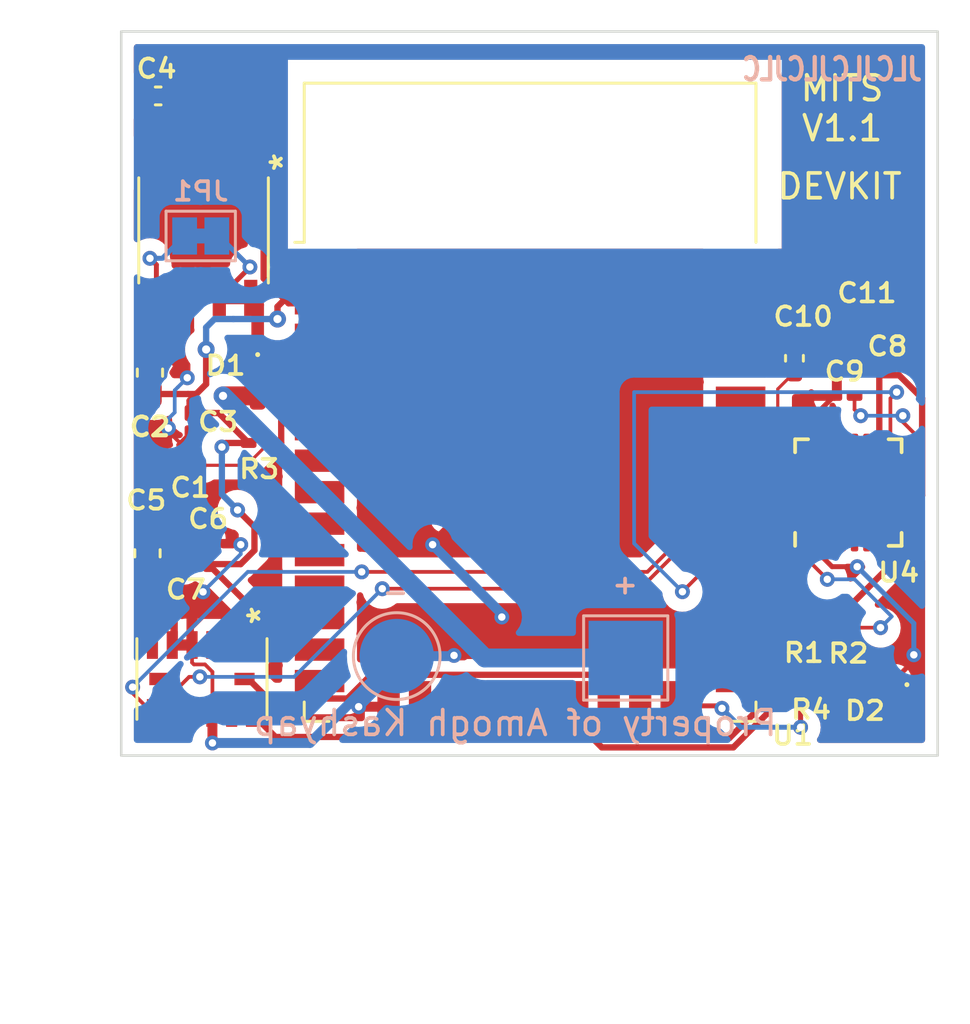
<source format=kicad_pcb>
(kicad_pcb (version 20211014) (generator pcbnew)
  (layers (0 "F.Cu" mixed "Front") (31 "B.Cu" mixed "Back") (34 "B.Paste" user) (35 "F.Paste" user) (36 "B.SilkS" user "B.Silkscreen") (37 "F.SilkS" user "F.Silkscreen") (38 "B.Mask" user) (39 "F.Mask" user) (44 "Edge.Cuts" user))
  (net 0 "")
  (net 1 "Net-(C1-Pad1)")
  (net 2 "GND")
  (net 3 "VDD")
  (net 4 "Net-(C9-Pad1)")
  (net 5 "Net-(C10-Pad1)")
  (net 6 "Net-(D1-Pad1)")
  (net 7 "+BATT")
  (net 8 "Net-(D2-Pad2)")
  (net 9 "Net-(JP1-Pad2)")
  (net 10 "SCL1")
  (net 11 "SDA1")
  (net 12 "Net-(U1-Pad24)")
  (net 34 "INT3")
  (net 35 "INT2")
  (net 36 "INT1")
  (footprint "Capacitor_SMD:C_0201_0603Metric_Pad0.64x0.40mm_HandSolder" (layer "F.Cu") (at 165.0925 90.9 180)
    (fp_text reference "C9" (at -0.0075 0.984) (layer "F.SilkS") (effects (font (size 0.75 0.82))))
    (fp_text value "0.1µF")
    (pad "1" smd roundrect (at -0.4075 0 180) (size 0.635 0.4) (layers "F.Cu" "F.Mask") (net 4 "Net-(C9-Pad1)"))
    (pad "2" smd roundrect (at 0.4075 0 180) (size 0.635 0.4) (layers "F.Cu" "F.Mask") (net 2 "GND"))
  )
  (footprint "Resistor_SMD:R_0201_0603Metric_Pad0.64x0.40mm_HandSolder" (layer "F.Cu") (at 163.7425 102.55 180)
    (fp_text reference "R4" (at 0 -1 180) (layer "F.SilkS") (effects (font (size 0.75 0.82))))
    (fp_text value "220")
    (pad "1" smd roundrect (at -0.4075 0 180) (size 0.635 0.4) (layers "F.Cu" "F.Mask") (net 8 "Net-(D2-Pad2)"))
    (pad "2" smd roundrect (at 0.4075 0 180) (size 0.635 0.4) (layers "F.Cu" "F.Mask") (net 12 "Net-(U1-Pad24)"))
  )
  (footprint "Voltage_Regulator_Linear:MIC5200-3.3YM" (layer "F.Cu") (at 139.215 84.22415 -90)
    (fp_text reference "U2")
    (fp_text value "MIC5200-3.3BM-TR")
    (fp_text user "*" (at -2.75425 -3.241 90) (layer "F.SilkS"))
    (fp_line (start 2.1209 -2.6162) (end -2.1209 -2.6162) (layer "F.SilkS") (width 0.12))
    (fp_line (start -2.1209 2.6162) (end 2.1209 2.6162) (layer "F.SilkS") (width 0.12))
    (pad "1" smd rect (at -2.72415 -1.905 270) (size 1.4605 0.5334) (layers "F.Cu" "F.Paste" "F.Mask") (net 3 "VDD"))
    (pad "2" smd rect (at -2.72415 -0.635 270) (size 1.4605 0.5334) (layers "F.Cu" "F.Paste" "F.Mask") (net 3 "VDD"))
    (pad "3" smd rect (at -2.72415 0.635 270) (size 1.4605 0.5334) (layers "F.Cu" "F.Paste" "F.Mask") (net 2 "GND"))
    (pad "4" smd rect (at -2.72415 1.905 270) (size 1.4605 0.5334) (layers "F.Cu" "F.Paste" "F.Mask") (net 2 "GND"))
    (pad "5" smd rect (at 2.72415 1.905 270) (size 1.4605 0.5334) (layers "F.Cu" "F.Paste" "F.Mask") (net 9 "Net-(JP1-Pad2)"))
    (pad "6" smd rect (at 2.72415 0.635 270) (size 1.4605 0.5334) (layers "F.Cu" "F.Paste" "F.Mask") (net 2 "GND"))
    (pad "7" smd rect (at 2.72415 -0.635 270) (size 1.4605 0.5334) (layers "F.Cu" "F.Paste" "F.Mask") (net 6 "Net-(D1-Pad1)"))
    (pad "8" smd rect (at 2.72415 -1.905 270) (size 1.4605 0.5334) (layers "F.Cu" "F.Paste" "F.Mask") (net 6 "Net-(D1-Pad1)"))
  )
  (footprint "Resistor_SMD:R_0201_0603Metric_Pad0.64x0.40mm_HandSolder" (layer "F.Cu") (at 163.45 99.8425 -90)
    (fp_text reference "R1" (at 1.4226 0.0007) (layer "F.SilkS") (effects (font (size 0.75 0.82))))
    (fp_text value "2.2K")
    (pad "1" smd roundrect (at -0.4075 0 270) (size 0.635 0.4) (layers "F.Cu" "F.Mask") (net 3 "VDD"))
    (pad "2" smd roundrect (at 0.4075 0 270) (size 0.635 0.4) (layers "F.Cu" "F.Mask") (net 10 "SCL1"))
  )
  (footprint "Capacitor_SMD:C_0201_0603Metric_Pad0.64x0.40mm_HandSolder" (layer "F.Cu") (at 139.4 97.28 90)
    (fp_text reference "C6" (at 1.4175 0 180) (layer "F.SilkS") (effects (font (size 0.75 0.82))))
    (fp_text value "0.1µF")
    (pad "1" smd roundrect (at -0.4075 0 90) (size 0.635 0.4) (layers "F.Cu" "F.Mask") (net 3 "VDD"))
    (pad "2" smd roundrect (at 0.4075 0 90) (size 0.635 0.4) (layers "F.Cu" "F.Mask") (net 2 "GND"))
  )
  (footprint "LED_SMD:LED_0402_1005Metric_Pad0.77x0.64mm_HandSolder" (layer "F.Cu") (at 166.35 102.55 180)
    (fp_text reference "D2" (at 0.43 -1.05) (layer "F.SilkS") (effects (font (size 0.75 0.82))))
    (fp_text value "LED")
    (fp_circle (center -1.265 0) (end -1.215 0) (layer "F.SilkS") (width 0.1) (fill none))
    (pad "1" smd roundrect (at -0.5725 0 180) (size 0.765 0.64) (layers "F.Cu" "F.Paste" "F.Mask") (net 2 "GND"))
    (pad "2" smd roundrect (at 0.5725 0 180) (size 0.765 0.64) (layers "F.Cu" "F.Paste" "F.Mask") (net 8 "Net-(D2-Pad2)"))
  )
  (footprint "Capacitor_SMD:C_0201_0603Metric_Pad0.64x0.40mm_HandSolder" (layer "F.Cu") (at 165.1925 88.95)
    (fp_text reference "C8" (at 1.6325 -0.05) (layer "F.SilkS") (effects (font (size 0.75 0.82))))
    (fp_text value "0.01µF")
    (pad "1" smd roundrect (at -0.4075 0) (size 0.635 0.4) (layers "F.Cu" "F.Mask") (net 2 "GND"))
    (pad "2" smd roundrect (at 0.4075 0) (size 0.635 0.4) (layers "F.Cu" "F.Mask") (net 3 "VDD"))
  )
  (footprint "Resistor_SMD:R_0201_0603Metric_Pad0.64x0.40mm_HandSolder" (layer "F.Cu") (at 141.4425 92.8)
    (fp_text reference "R3" (at 0.0175 1.05) (layer "F.SilkS") (effects (font (size 0.75 0.82))))
    (fp_text value "10k")
    (pad "1" smd roundrect (at -0.4075 0) (size 0.635 0.4) (layers "F.Cu" "F.Mask") (net 3 "VDD"))
    (pad "2" smd roundrect (at 0.4075 0) (size 0.635 0.4) (layers "F.Cu" "F.Mask") (net 1 "Net-(C1-Pad1)"))
  )
  (footprint "Capacitor_SMD:C_0201_0603Metric_Pad0.64x0.40mm_HandSolder" (layer "F.Cu") (at 166.05 87.7 180)
    (fp_text reference "C11" (at 0.05 0.95) (layer "F.SilkS") (effects (font (size 0.75 0.82))))
    (fp_text value "0.1µF")
    (pad "1" smd roundrect (at -0.4075 0 180) (size 0.635 0.4) (layers "F.Cu" "F.Mask") (net 3 "VDD"))
    (pad "2" smd roundrect (at 0.4075 0 180) (size 0.635 0.4) (layers "F.Cu" "F.Mask") (net 2 "GND"))
  )
  (footprint "Sensor_Motion:ADXL375BCCZ" (layer "F.Cu") (at 139.150001 102.320901 -90)
    (fp_text reference "U3")
    (fp_text value "ADXL375BCCZ")
    (fp_text user "*" (at -2.5648 -2.4 90) (layer "F.SilkS"))
    (fp_line (start -1.627 2.627) (end 1.627 2.627) (layer "F.SilkS") (width 0.12))
    (fp_line (start 1.627 -2.627) (end -1.627 -2.627) (layer "F.SilkS") (width 0.12))
    (pad "1" smd rect (at -1.370901 -2.000001) (size 0.4492 1.1178) (layers "F.Cu" "F.Paste" "F.Mask") (net 3 "VDD"))
    (pad "2" smd rect (at -1.370901 -1.2) (size 0.4492 1.1178) (layers "F.Cu" "F.Paste" "F.Mask") (net 2 "GND"))
    (pad "3" smd rect (at -1.370901 -0.399999) (size 0.4492 1.1178) (layers "F.Cu" "F.Paste" "F.Mask"))
    (pad "4" smd rect (at -1.370901 0.399999) (size 0.4492 1.1178) (layers "F.Cu" "F.Paste" "F.Mask") (net 2 "GND"))
    (pad "5" smd rect (at -1.370901 1.2) (size 0.4492 1.1178) (layers "F.Cu" "F.Paste" "F.Mask") (net 2 "GND"))
    (pad "6" smd rect (at -1.370901 1.999999) (size 0.4492 1.1178) (layers "F.Cu" "F.Paste" "F.Mask") (net 3 "VDD"))
    (pad "7" smd rect (at 0 1.718498 270) (size 0.5 0.813) (layers "F.Cu" "F.Paste" "F.Mask"))
    (pad "8" smd rect (at 1.370901 2.000001) (size 0.4492 1.1178) (layers "F.Cu" "F.Paste" "F.Mask") (net 36 "INT1"))
    (pad "9" smd rect (at 1.370901 1.2) (size 0.4492 1.1178) (layers "F.Cu" "F.Paste" "F.Mask") (net 35 "INT2"))
    (pad "10" smd rect (at 1.370901 0.399999) (size 0.4492 1.1178) (layers "F.Cu" "F.Paste" "F.Mask"))
    (pad "11" smd rect (at 1.370901 -0.399999) (size 0.4492 1.1178) (layers "F.Cu" "F.Paste" "F.Mask") (net 2 "GND"))
    (pad "12" smd rect (at 1.370901 -1.2) (size 0.4492 1.1178) (layers "F.Cu" "F.Paste" "F.Mask"))
    (pad "13" smd rect (at 1.370901 -1.999999) (size 0.4492 1.1178) (layers "F.Cu" "F.Paste" "F.Mask") (net 11 "SDA1"))
    (pad "14" smd rect (at 0 -1.718498 270) (size 0.5 0.813) (layers "F.Cu" "F.Paste" "F.Mask") (net 10 "SCL1"))
  )
  (footprint "Diode_SMD:D_0402_1005Metric_Pad0.77x0.64mm_HandSolder" (layer "F.Cu") (at 141.4 90.5 -90)
    (fp_text reference "D1" (at -0.8225 1.3 180) (layer "F.SilkS") (effects (font (size 0.75 0.82))))
    (fp_text value "D_Schottky")
    (fp_circle (center -1.265 0) (end -1.215 0) (layer "F.SilkS") (width 0.1) (fill none))
    (pad "1" smd roundrect (at -0.5725 0 270) (size 0.765 0.64) (layers "F.Cu" "F.Paste" "F.Mask") (net 6 "Net-(D1-Pad1)"))
    (pad "2" smd roundrect (at 0.5725 0 270) (size 0.765 0.64) (layers "F.Cu" "F.Paste" "F.Mask") (net 7 "+BATT"))
  )
  (footprint "Sensor_Motion:InvenSense_QFN-24_4x4mm_P0.5mm" (layer "F.Cu") (at 165.25 94.8 90)
    (fp_text reference "U4" (at -3.2258 2.032) (layer "F.SilkS") (effects (font (size 0.75 0.82))))
    (fp_text value "MPU-6050")
    (fp_line (start -2.15 2.15) (end -1.625 2.15) (layer "F.SilkS") (width 0.15))
    (fp_line (start -2.15 2.15) (end -2.15 1.625) (layer "F.SilkS") (width 0.15))
    (fp_line (start 2.15 2.15) (end 2.15 1.625) (layer "F.SilkS") (width 0.15))
    (fp_line (start 2.15 -2.15) (end 1.625 -2.15) (layer "F.SilkS") (width 0.15))
    (fp_line (start 2.15 2.15) (end 1.625 2.15) (layer "F.SilkS") (width 0.15))
    (fp_line (start -2.15 -2.15) (end -1.625 -2.15) (layer "F.SilkS") (width 0.15))
    (fp_line (start 2.15 -2.15) (end 2.15 -1.625) (layer "F.SilkS") (width 0.15))
    (pad "1" smd roundrect (at -1.95 -1.25 90) (size 0.85 0.3) (layers "F.Cu" "F.Paste" "F.Mask") (net 2 "GND"))
    (pad "2" smd roundrect (at -1.95 -0.75 90) (size 0.85 0.3) (layers "F.Cu" "F.Paste" "F.Mask"))
    (pad "3" smd roundrect (at -1.95 -0.25 90) (size 0.85 0.3) (layers "F.Cu" "F.Paste" "F.Mask"))
    (pad "4" smd roundrect (at -1.95 0.25 90) (size 0.85 0.3) (layers "F.Cu" "F.Paste" "F.Mask"))
    (pad "5" smd roundrect (at -1.95 0.75 90) (size 0.85 0.3) (layers "F.Cu" "F.Paste" "F.Mask"))
    (pad "6" smd roundrect (at -1.95 1.25 90) (size 0.85 0.3) (layers "F.Cu" "F.Paste" "F.Mask"))
    (pad "7" smd roundrect (at -1.25 1.95 180) (size 0.85 0.3) (layers "F.Cu" "F.Paste" "F.Mask"))
    (pad "8" smd roundrect (at -0.75 1.95 180) (size 0.85 0.3) (layers "F.Cu" "F.Paste" "F.Mask") (net 3 "VDD"))
    (pad "9" smd roundrect (at -0.25 1.95 180) (size 0.85 0.3) (layers "F.Cu" "F.Paste" "F.Mask"))
    (pad "10" smd roundrect (at 0.25 1.95 180) (size 0.85 0.3) (layers "F.Cu" "F.Paste" "F.Mask") (net 4 "Net-(C9-Pad1)"))
    (pad "11" smd roundrect (at 0.75 1.95 180) (size 0.85 0.3) (layers "F.Cu" "F.Paste" "F.Mask") (net 2 "GND"))
    (pad "12" smd roundrect (at 1.25 1.95 180) (size 0.85 0.3) (layers "F.Cu" "F.Paste" "F.Mask") (net 34 "INT3"))
    (pad "13" smd roundrect (at 1.95 1.25 90) (size 0.85 0.3) (layers "F.Cu" "F.Paste" "F.Mask") (net 3 "VDD"))
    (pad "14" smd roundrect (at 1.95 0.75 90) (size 0.85 0.3) (layers "F.Cu" "F.Paste" "F.Mask"))
    (pad "15" smd roundrect (at 1.95 0.25 90) (size 0.85 0.3) (layers "F.Cu" "F.Paste" "F.Mask"))
    (pad "16" smd roundrect (at 1.95 -0.25 90) (size 0.85 0.3) (layers "F.Cu" "F.Paste" "F.Mask"))
    (pad "17" smd roundrect (at 1.95 -0.75 90) (size 0.85 0.3) (layers "F.Cu" "F.Paste" "F.Mask"))
    (pad "18" smd roundrect (at 1.95 -1.25 90) (size 0.85 0.3) (layers "F.Cu" "F.Paste" "F.Mask") (net 2 "GND"))
    (pad "19" smd roundrect (at 1.25 -1.95 180) (size 0.85 0.3) (layers "F.Cu" "F.Paste" "F.Mask"))
    (pad "20" smd roundrect (at 0.75 -1.95 180) (size 0.85 0.3) (layers "F.Cu" "F.Paste" "F.Mask") (net 5 "Net-(C10-Pad1)"))
    (pad "21" smd roundrect (at 0.25 -1.95 180) (size 0.85 0.3) (layers "F.Cu" "F.Paste" "F.Mask"))
    (pad "22" smd roundrect (at -0.25 -1.95 180) (size 0.85 0.3) (layers "F.Cu" "F.Paste" "F.Mask"))
    (pad "23" smd roundrect (at -0.75 -1.95 180) (size 0.85 0.3) (layers "F.Cu" "F.Paste" "F.Mask") (net 10 "SCL1"))
    (pad "24" smd roundrect (at -1.25 -1.95 180) (size 0.85 0.3) (layers "F.Cu" "F.Paste" "F.Mask") (net 11 "SDA1"))
  )
  (footprint "Capacitor_SMD:C_0201_0603Metric_Pad0.64x0.40mm_HandSolder" (layer "F.Cu") (at 138.35 97.28 -90)
    (fp_text reference "C7" (at 1.4325 -0.15) (layer "F.SilkS") (effects (font (size 0.75 0.82))))
    (fp_text value "0.1µF")
    (pad "1" smd roundrect (at -0.4075 0 270) (size 0.635 0.4) (layers "F.Cu" "F.Mask") (net 2 "GND"))
    (pad "2" smd roundrect (at 0.4075 0 270) (size 0.635 0.4) (layers "F.Cu" "F.Mask") (net 3 "VDD"))
  )
  (footprint "Resistor_SMD:R_0201_0603Metric_Pad0.64x0.40mm_HandSolder" (layer "F.Cu") (at 165.25 99.8425 -90)
    (fp_text reference "R2" (at 1.4478 0) (layer "F.SilkS") (effects (font (size 0.75 0.82))))
    (fp_text value "2.2K")
    (pad "1" smd roundrect (at -0.4075 0 270) (size 0.635 0.4) (layers "F.Cu" "F.Mask") (net 3 "VDD"))
    (pad "2" smd roundrect (at 0.4075 0 270) (size 0.635 0.4) (layers "F.Cu" "F.Mask") (net 11 "SDA1"))
  )
  (footprint "Capacitor_SMD:C_0402_1005Metric_Pad0.74x0.62mm_HandSolder" (layer "F.Cu") (at 163.0738 89.3825 90)
    (fp_text reference "C10" (at 1.6825 0.35) (layer "F.SilkS") (effects (font (size 0.75 0.82))))
    (fp_text value "2200pF")
    (fp_line (start -0.115835 0.36) (end 0.115835 0.36) (layer "F.SilkS") (width 0.12))
    (fp_line (start -0.115835 -0.36) (end 0.115835 -0.36) (layer "F.SilkS") (width 0.12))
    (pad "1" smd roundrect (at -0.5675 0 90) (size 0.735 0.62) (layers "F.Cu" "F.Paste" "F.Mask") (net 5 "Net-(C10-Pad1)"))
    (pad "2" smd roundrect (at 0.5675 0 90) (size 0.735 0.62) (layers "F.Cu" "F.Paste" "F.Mask") (net 2 "GND"))
  )
  (footprint "Capacitor_SMD:C_0201_0603Metric_Pad0.64x0.40mm_HandSolder" (layer "F.Cu") (at 138.6 93.7 180)
    (fp_text reference "C1" (at -0.0825 -0.9 180) (layer "F.SilkS") (effects (font (size 0.75 0.82))))
    (fp_text value "0.1µF")
    (pad "1" smd roundrect (at -0.4075 0 180) (size 0.635 0.4) (layers "F.Cu" "F.Mask") (net 1 "Net-(C1-Pad1)"))
    (pad "2" smd roundrect (at 0.4075 0 180) (size 0.635 0.4) (layers "F.Cu" "F.Mask") (net 2 "GND"))
  )
  (footprint "Capacitor_SMD:C_0201_0603Metric_Pad0.64x0.40mm_HandSolder" (layer "F.Cu") (at 138.65 92 -90)
    (fp_text reference "C3" (at -0.05 -1.15) (layer "F.SilkS") (effects (font (size 0.75 0.82))))
    (fp_text value "0.1µF")
    (pad "1" smd roundrect (at -0.4075 0 270) (size 0.635 0.4) (layers "F.Cu" "F.Mask") (net 3 "VDD"))
    (pad "2" smd roundrect (at 0.4075 0 270) (size 0.635 0.4) (layers "F.Cu" "F.Mask") (net 2 "GND"))
  )
  (footprint "Capacitor_SMD:C_0603_1608Metric_Pad1.08x0.95mm_HandSolder" (layer "F.Cu") (at 136.95 97.25 -90)
    (fp_text reference "C5" (at -2.1375 0.05) (layer "F.SilkS") (effects (font (size 0.75 0.82))))
    (fp_text value "10µF")
    (fp_line (start -0.146267 0.51) (end 0.146267 0.51) (layer "F.SilkS") (width 0.12))
    (fp_line (start -0.146267 -0.51) (end 0.146267 -0.51) (layer "F.SilkS") (width 0.12))
    (pad "1" smd roundrect (at -0.8625 0 270) (size 1.075 0.95) (layers "F.Cu" "F.Paste" "F.Mask") (net 2 "GND"))
    (pad "2" smd roundrect (at 0.8625 0 270) (size 1.075 0.95) (layers "F.Cu" "F.Paste" "F.Mask") (net 3 "VDD"))
  )
  (footprint "RF_Module:ESP32-WROOM-32" (layer "F.Cu") (at 152.4 94.15)
    (fp_text reference "U1" (at 10.6 10.45 180) (layer "F.SilkS") (effects (font (size 0.75 0.82))))
    (fp_text value "ESP32-WROOM-32" hide)
    (fp_line (start 9.12 9.88) (end 8.12 9.88) (layer "F.SilkS") (width 0.12))
    (fp_line (start 9.12 -15.865) (end 9.12 -9.445) (layer "F.SilkS") (width 0.12))
    (fp_line (start -9.12 -15.865) (end -9.12 -9.445) (layer "F.SilkS") (width 0.12))
    (fp_line (start 9.12 9.1) (end 9.12 9.88) (layer "F.SilkS") (width 0.12))
    (fp_line (start -9.12 -15.865) (end 9.12 -15.865) (layer "F.SilkS") (width 0.12))
    (fp_line (start -9.12 9.1) (end -9.12 9.88) (layer "F.SilkS") (width 0.12))
    (fp_line (start -9.12 9.88) (end -8.12 9.88) (layer "F.SilkS") (width 0.12))
    (fp_line (start -9.12 -9.445) (end -9.5 -9.445) (layer "F.SilkS") (width 0.12))
    (pad "1" smd rect (at -8.5 -8.255) (size 2 0.9) (layers "F.Cu" "F.Paste" "F.Mask") (net 2 "GND"))
    (pad "2" smd rect (at -8.5 -6.985) (size 2 0.9) (layers "F.Cu" "F.Paste" "F.Mask") (net 3 "VDD"))
    (pad "3" smd rect (at -8.5 -5.715) (size 2 0.9) (layers "F.Cu" "F.Paste" "F.Mask") (net 1 "Net-(C1-Pad1)"))
    (pad "4" smd rect (at -8.5 -4.445) (size 2 0.9) (layers "F.Cu" "F.Paste" "F.Mask"))
    (pad "5" smd rect (at -8.5 -3.175) (size 2 0.9) (layers "F.Cu" "F.Paste" "F.Mask"))
    (pad "6" smd rect (at -8.5 -1.905) (size 2 0.9) (layers "F.Cu" "F.Paste" "F.Mask"))
    (pad "7" smd rect (at -8.5 -0.635) (size 2 0.9) (layers "F.Cu" "F.Paste" "F.Mask"))
    (pad "8" smd rect (at -8.5 0.635) (size 2 0.9) (layers "F.Cu" "F.Paste" "F.Mask"))
    (pad "9" smd rect (at -8.5 1.905) (size 2 0.9) (layers "F.Cu" "F.Paste" "F.Mask"))
    (pad "10" smd rect (at -8.5 3.175) (size 2 0.9) (layers "F.Cu" "F.Paste" "F.Mask"))
    (pad "11" smd rect (at -8.5 4.445) (size 2 0.9) (layers "F.Cu" "F.Paste" "F.Mask"))
    (pad "12" smd rect (at -8.5 5.715) (size 2 0.9) (layers "F.Cu" "F.Paste" "F.Mask"))
    (pad "13" smd rect (at -8.5 6.985) (size 2 0.9) (layers "F.Cu" "F.Paste" "F.Mask"))
    (pad "14" smd rect (at -8.5 8.255) (size 2 0.9) (layers "F.Cu" "F.Paste" "F.Mask"))
    (pad "15" smd rect (at -5.715 9.255 90) (size 2 0.9) (layers "F.Cu" "F.Paste" "F.Mask") (net 2 "GND"))
    (pad "16" smd rect (at -4.445 9.255 90) (size 2 0.9) (layers "F.Cu" "F.Paste" "F.Mask"))
    (pad "17" smd rect (at -3.175 9.255 90) (size 2 0.9) (layers "F.Cu" "F.Paste" "F.Mask"))
    (pad "18" smd rect (at -1.905 9.255 90) (size 2 0.9) (layers "F.Cu" "F.Paste" "F.Mask"))
    (pad "19" smd rect (at -0.635 9.255 90) (size 2 0.9) (layers "F.Cu" "F.Paste" "F.Mask"))
    (pad "20" smd rect (at 0.635 9.255 90) (size 2 0.9) (layers "F.Cu" "F.Paste" "F.Mask"))
    (pad "21" smd rect (at 1.905 9.255 90) (size 2 0.9) (layers "F.Cu" "F.Paste" "F.Mask") (net 11 "SDA1"))
    (pad "22" smd rect (at 3.175 9.255 90) (size 2 0.9) (layers "F.Cu" "F.Paste" "F.Mask") (net 10 "SCL1"))
    (pad "23" smd rect (at 4.445 9.255 90) (size 2 0.9) (layers "F.Cu" "F.Paste" "F.Mask"))
    (pad "24" smd rect (at 5.715 9.255 90) (size 2 0.9) (layers "F.Cu" "F.Paste" "F.Mask") (net 12 "Net-(U1-Pad24)"))
    (pad "25" smd rect (at 8.5 8.255) (size 2 0.9) (layers "F.Cu" "F.Paste" "F.Mask"))
    (pad "26" smd rect (at 8.5 6.985) (size 2 0.9) (layers "F.Cu" "F.Paste" "F.Mask"))
    (pad "27" smd rect (at 8.5 5.715) (size 2 0.9) (layers "F.Cu" "F.Paste" "F.Mask"))
    (pad "28" smd rect (at 8.5 4.445) (size 2 0.9) (layers "F.Cu" "F.Paste" "F.Mask"))
    (pad "29" smd rect (at 8.5 3.175) (size 2 0.9) (layers "F.Cu" "F.Paste" "F.Mask") (net 34 "INT3"))
    (pad "30" smd rect (at 8.5 1.905) (size 2 0.9) (layers "F.Cu" "F.Paste" "F.Mask") (net 35 "INT2"))
    (pad "31" smd rect (at 8.5 0.635) (size 2 0.9) (layers "F.Cu" "F.Paste" "F.Mask") (net 36 "INT1"))
    (pad "32" smd rect (at 8.5 -0.635) (size 2 0.9) (layers "F.Cu" "F.Paste" "F.Mask"))
    (pad "33" smd rect (at 8.5 -1.905) (size 2 0.9) (layers "F.Cu" "F.Paste" "F.Mask"))
    (pad "34" smd rect (at 8.5 -3.175) (size 2 0.9) (layers "F.Cu" "F.Paste" "F.Mask"))
    (pad "35" smd rect (at 8.5 -4.445) (size 2 0.9) (layers "F.Cu" "F.Paste" "F.Mask"))
    (pad "36" smd rect (at 8.5 -5.715) (size 2 0.9) (layers "F.Cu" "F.Paste" "F.Mask"))
    (pad "37" smd rect (at 8.5 -6.985) (size 2 0.9) (layers "F.Cu" "F.Paste" "F.Mask"))
    (pad "38" smd rect (at 8.5 -8.255) (size 2 0.9) (layers "F.Cu" "F.Paste" "F.Mask") (net 2 "GND"))
    (pad "39" smd rect (at -1 -0.755) (size 5 5) (layers "F.Cu" "F.Paste" "F.Mask") (net 2 "GND"))
  )
  (footprint "Capacitor_SMD:C_0603_1608Metric_Pad1.08x0.95mm_HandSolder" (layer "F.Cu") (at 137.05 89.9625 90)
    (fp_text reference "C2" (at -2.1855 0 180) (layer "F.SilkS") (effects (font (size 0.75 0.82) (thickness 0.17))))
    (fp_text value "10µF")
    (fp_line (start -0.146267 -0.51) (end 0.146267 -0.51) (layer "F.SilkS") (width 0.12))
    (fp_line (start -0.146267 0.51) (end 0.146267 0.51) (layer "F.SilkS") (width 0.12))
    (pad "1" smd roundrect (at -0.8625 0 90) (size 1.075 0.95) (layers "F.Cu" "F.Paste" "F.Mask") (net 3 "VDD"))
    (pad "2" smd roundrect (at 0.8625 0 90) (size 1.075 0.95) (layers "F.Cu" "F.Paste" "F.Mask") (net 2 "GND"))
  )
  (footprint "Capacitor_SMD:C_0402_1005Metric_Pad0.74x0.62mm_HandSolder" (layer "F.Cu") (at 137.3825 78.8 180)
    (fp_text reference "C4" (at 0.0675 1.1) (layer "F.SilkS") (effects (font (size 0.75 0.82))))
    (fp_text value "1µF")
    (fp_line (start -0.115835 -0.36) (end 0.115835 -0.36) (layer "F.SilkS") (width 0.12))
    (fp_line (start -0.115835 0.36) (end 0.115835 0.36) (layer "F.SilkS") (width 0.12))
    (pad "1" smd roundrect (at -0.5675 0 180) (size 0.735 0.62) (layers "F.Cu" "F.Paste" "F.Mask") (net 3 "VDD"))
    (pad "2" smd roundrect (at 0.5675 0 180) (size 0.735 0.62) (layers "F.Cu" "F.Paste" "F.Mask") (net 2 "GND"))
  )
  (footprint "TestPoint:TestPoint_Pad_D3.0mm" (layer "B.Cu") (at 147.0152 101.3968 180)
    (fp_text reference "-" (at 0.0508 2.5908) (layer "B.SilkS") (effects (font (size 0.75 0.82)) (justify mirror)))
    (fp_text value "Conn_01x01_Male")
    (fp_circle (center 0 0) (end 0 -1.75) (layer "B.SilkS") (width 0.12) (fill none))
    (pad "1" smd circle (at 0 0 180) (size 3 3) (layers "B.Cu" "B.Mask") (net 2 "GND"))
  )
  (footprint "TestPoint:TestPoint_Pad_3.0x3.0mm" (layer "B.Cu") (at 156.2608 101.473 180)
    (fp_text reference "+" (at 0.0254 2.9718) (layer "B.SilkS") (effects (font (size 0.75 0.82)) (justify mirror)))
    (fp_text value "Conn_01x01_Male")
    (fp_line (start 1.7 1.7) (end 1.7 -1.7) (layer "B.SilkS") (width 0.12))
    (fp_line (start -1.7 1.7) (end 1.7 1.7) (layer "B.SilkS") (width 0.12))
    (fp_line (start 1.7 -1.7) (end -1.7 -1.7) (layer "B.SilkS") (width 0.12))
    (fp_line (start -1.7 -1.7) (end -1.7 1.7) (layer "B.SilkS") (width 0.12))
    (pad "1" smd rect (at 0 0 180) (size 3 3) (layers "B.Cu" "B.Mask") (net 7 "+BATT"))
  )
  (footprint "Jumper:SolderJumper-2_P1.3mm_Bridged_Pad1.0x1.5mm" (layer "B.Cu") (at 139.1 84.45 180)
    (fp_text reference "JP1" (at 0 1.8) (layer "B.SilkS") (effects (font (size 0.75 0.82)) (justify mirror)))
    (fp_text value "SolderJumper_2_Bridged")
    (fp_poly (pts (xy -0.25 0.3) (xy 0.25 0.3) (xy 0.25 -0.3) (xy -0.25 -0.3)) (layer "B.Cu") (width 0) (fill solid))
    (fp_line (start -1.4 1) (end 1.4 1) (layer "B.SilkS") (width 0.12))
    (fp_line (start -1.4 -1) (end -1.4 1) (layer "B.SilkS") (width 0.12))
    (fp_line (start 1.4 1) (end 1.4 -1) (layer "B.SilkS") (width 0.12))
    (fp_line (start 1.4 -1) (end -1.4 -1) (layer "B.SilkS") (width 0.12))
    (pad "1" smd rect (at -0.65 0 180) (size 1 1.5) (layers "B.Cu" "B.Mask") (net 6 "Net-(D1-Pad1)"))
    (pad "2" smd rect (at 0.65 0 180) (size 1 1.5) (layers "B.Cu" "B.Mask") (net 9 "Net-(JP1-Pad2)"))
  )
  (gr_rect (start 135.89 76.2) (end 168.8568 105.41) (layer "Edge.Cuts") (width 0.1) (fill none))
  (gr_text "JLCJLCJLCJLC" (at 164.592 77.724) (layer "B.SilkS") (effects (font (size 0.9 0.7) (thickness 0.175)) (justify mirror)))
  (gr_text "Property of Amogh Kashyap" (at 151.8 104.1) (layer "B.SilkS") (effects (font (size 1 1)) (justify mirror)))
  (gr_text "DEVKIT" (at 164.9 82.45) (layer "F.SilkS") (effects (font (size 1 1))))
  (gr_text "MITS\nV1.1" (at 165 79.3) (layer "F.SilkS") (effects (font (size 1 1))))
  (segment (start 139.0075 93.7) (end 140.95 93.7) (width 0.127) (layer "F.Cu") (net 1))
  (segment (start 143.212978 88.435) (end 142.35 89.297978) (width 0.254) (layer "F.Cu") (net 1))
  (segment (start 140.95 93.7) (end 141.85 92.8) (width 0.127) (layer "F.Cu") (net 1))
  (segment (start 142.35 92.8) (end 141.85 92.8) (width 0.254) (layer "F.Cu") (net 1))
  (segment (start 143.9 88.435) (end 143.212978 88.435) (width 0.254) (layer "F.Cu") (net 1))
  (segment (start 142.35 89.297978) (end 142.35 92.8) (width 0.254) (layer "F.Cu") (net 1))
  (segment (start 151.4 93.395) (end 151.4 90.495) (width 0.4) (layer "F.Cu") (net 2))
  (segment (start 158.9 85.895) (end 160.9 85.895) (width 0.4) (layer "F.Cu") (net 2))
  (segment (start 138.58 81.5) (end 137.31 81.5) (width 0.15) (layer "F.Cu") (net 2))
  (segment (start 139.272734 101.733489) (end 139.573 102.033755) (width 0.15) (layer "F.Cu") (net 2))
  (segment (start 138.824591 101.733489) (end 139.272734 101.733489) (width 0.15) (layer "F.Cu") (net 2))
  (segment (start 137.487 89.1) (end 137.05 89.1) (width 0.15) (layer "F.Cu") (net 2))
  (segment (start 164.65 88.815) (end 164.785 88.95) (width 0.4) (layer "F.Cu") (net 2))
  (segment (start 139.573 104.902) (end 139.573 103.714802) (width 0.4) (layer "F.Cu") (net 2))
  (segment (start 164.785 90.8) (end 164.685 90.9) (width 0.4) (layer "F.Cu") (net 2))
  (segment (start 151.4 90.495) (end 146.8 85.895) (width 0.4) (layer "F.Cu") (net 2))
  (segment (start 163.0738 86.6688) (end 163.0738 88.815) (width 0.4) (layer "F.Cu") (net 2))
  (segment (start 136.815 78.8) (end 136.815 81.005) (width 0.6) (layer "F.Cu") (net 2))
  (segment (start 138.58 87.57) (end 138.58 86.9483) (width 0.15) (layer "F.Cu") (net 2))
  (segment (start 164 92.85) (end 164 94.064) (width 0.2) (layer "F.Cu") (net 2))
  (segment (start 164 94.064) (end 167.186 94.064) (width 0.2) (layer "F.Cu") (net 2))
  (segment (start 138.26175 92.79575) (end 137.795 92.329) (width 0.15) (layer "F.Cu") (net 2))
  (segment (start 164.785 88.95) (end 164.785 88.5575) (width 0.4) (layer "F.Cu") (net 2))
  (segment (start 137.05 89.1) (end 138.58 87.57) (width 0.15) (layer "F.Cu") (net 2))
  (segment (start 136.815 81.005) (end 137.31 81.5) (width 0.6) (layer "F.Cu") (net 2))
  (segment (start 138.750002 100.95) (end 138.750002 100.263998) (width 0.15) (layer "F.Cu") (net 2))
  (segment (start 164 97.198) (end 164.592 97.79) (width 0.2) (layer "F.Cu") (net 2))
  (segment (start 137.950001 100.047999) (end 139.192 98.806) (width 0.15) (layer "F.Cu") (net 2))
  (segment (start 138.557 90.17) (end 137.487 89.1) (width 0.15) (layer "F.Cu") (net 2))
  (segment (start 163.0738 88.815) (end 164.65 88.815) (width 0.4) (layer "F.Cu") (net 2))
  (segment (start 149.709011 101.369989) (end 151.257 99.822) (width 0.4) (layer "F.Cu") (net 2))
  (segment (start 145.476373 103.439373) (end 146.650627 103.439373) (width 0.4) (layer "F.Cu") (net 2))
  (segment (start 139.4 96.8725) (end 138.35 96.8725) (width 0.15) (layer "F.Cu") (net 2))
  (segment (start 139.4285 96.901) (end 139.4 96.8725) (width 0.15) (layer "F.Cu") (net 2))
  (segment (start 137.435 96.8725) (end 136.95 96.3875) (width 0.15) (layer "F.Cu") (net 2))
  (segment (start 164.785 88.5575) (end 165.6425 87.7) (width 0.4) (layer "F.Cu") (net 2))
  (segment (start 138.58 86.9483) (end 138.58 81.5) (width 0.15) (layer "F.Cu") (net 2))
  (segment (start 164 96.75) (end 164 97.198) (width 0.2) (layer "F.Cu") (net 2))
  (segment (start 148.463 96.901) (end 151.4 93.964) (width 0.4) (layer "F.Cu") (net 2))
  (segment (start 138.750002 100.263998) (end 139.192 99.822) (width 0.15) (layer "F.Cu") (net 2))
  (segment (start 164 94.064) (end 164 96.75) (width 0.2) (layer "F.Cu") (net 2))
  (segment (start 137.795 92.329) (end 137.795 92.202) (width 0.15) (layer "F.Cu") (net 2))
  (segment (start 140.208 99.822) (end 140.350001 99.964001) (width 0.15) (layer "F.Cu") (net 2))
  (segment (start 138.1925 92.865) (end 138.26175 92.79575) (width 0.15) (layer "F.Cu") (net 2))
  (segment (start 167.894 101.346) (end 167.894 101.5785) (width 0.2) (layer "F.Cu") (net 2))
  (segment (start 139.573 102.033755) (end 139.573 103.668802) (width 0.15) (layer "F.Cu") (net 2))
  (segment (start 164.785 88.95) (end 164.785 90.8) (width 0.4) (layer "F.Cu") (net 2))
  (segment (start 167.186 94.064) (end 167.2 94.05) (width 0.2) (layer "F.Cu") (net 2))
  (segment (start 140.350001 99.964001) (end 140.350001 100.95) (width 0.15) (layer "F.Cu") (net 2))
  (segment (start 138.1925 93.7) (end 138.1925 92.865) (width 0.15) (layer "F.Cu") (net 2))
  (segment (start 151.4 93.964) (end 151.4 93.395) (width 0.4) (layer "F.Cu") (net 2))
  (segment (start 151.4 93.395) (end 158.9 85.895) (width 0.4) (layer "F.Cu") (net 2))
  (segment (start 140.716 96.901) (end 139.4285 96.901) (width 0.15) (layer "F.Cu") (net 2))
  (segment (start 162.3 85.895) (end 163.0738 86.6688) (width 0.4) (layer "F.Cu") (net 2))
  (segment (start 138.26175 92.79575) (end 138.65 92.4075) (width 0.15) (layer "F.Cu") (net 2))
  (segment (start 164.592 97.79) (end 165.608 97.79) (width 0.2) (layer "F.Cu") (net 2))
  (segment (start 139.192 99.822) (end 140.208 99.822) (width 0.15) (layer "F.Cu") (net 2))
  (segment (start 167.894 101.5785) (end 166.9225 102.55) (width 0.2) (layer "F.Cu") (net 2))
  (segment (start 146.8 85.895) (end 143.9 85.895) (width 0.4) (layer "F.Cu") (net 2))
  (segment (start 164 91.585) (end 164.685 90.9) (width 0.2) (layer "F.Cu") (net 2))
  (segment (start 138.750002 100.95) (end 138.750002 101.6589) (width 0.15) (layer "F.Cu") (net 2))
  (segment (start 164 92.85) (end 164 91.585) (width 0.2) (layer "F.Cu") (net 2))
  (segment (start 137.950001 100.95) (end 138.750002 100.95) (width 0.15) (layer "F.Cu") (net 2))
  (segment (start 139.573 103.668802) (end 139.55 103.691802) (width 0.15) (layer "F.Cu") (net 2))
  (segment (start 138.750002 101.6589) (end 138.824591 101.733489) (width 0.15) (layer "F.Cu") (net 2))
  (segment (start 136.95 94.9425) (end 138.1925 93.7) (width 0.15) (layer "F.Cu") (net 2))
  (segment (start 136.95 96.3875) (end 136.95 94.9425) (width 0.15) (layer "F.Cu") (net 2))
  (segment (start 139.573 103.714802) (end 139.55 103.691802) (width 0.4) (layer "F.Cu") (net 2))
  (segment (start 138.35 96.8725) (end 137.435 96.8725) (width 0.15) (layer "F.Cu") (net 2))
  (segment (start 160.9 85.895) (end 162.3 85.895) (width 0.4) (layer "F.Cu") (net 2))
  (segment (start 149.328011 101.369989) (end 149.709011 101.369989) (width 0.4) (layer "F.Cu") (net 2))
  (segment (start 137.950001 100.95) (end 137.950001 100.047999) (width 0.15) (layer "F.Cu") (net 2))
  (segment (start 146.650627 103.439373) (end 146.685 103.405) (width 0.4) (layer "F.Cu") (net 2))
  (via (at 139.573 104.902) (size 0.6) (drill 0.3) (layers "F.Cu" "B.Cu") (net 2))
  (via (at 145.476373 103.439373) (size 0.6) (drill 0.3) (layers "F.Cu" "B.Cu") (net 2))
  (via (at 137.795 92.202) (size 0.6) (drill 0.3) (layers "F.Cu" "B.Cu") (net 2))
  (via (at 165.608 97.79) (size 0.6) (drill 0.3) (layers "F.Cu" "B.Cu") (net 2))
  (via (at 138.557 90.17) (size 0.6) (drill 0.3) (layers "F.Cu" "B.Cu") (net 2))
  (via (at 140.716 96.901) (size 0.6) (drill 0.3) (layers "F.Cu" "B.Cu") (net 2))
  (via (at 167.894 101.346) (size 0.6) (drill 0.3) (layers "F.Cu" "B.Cu") (net 2))
  (via (at 148.463 96.901) (size 0.6) (drill 0.3) (layers "F.Cu" "B.Cu") (net 2))
  (via (at 139.192 98.806) (size 0.6) (drill 0.3) (layers "F.Cu" "B.Cu") (net 2))
  (via (at 151.257 99.822) (size 0.6) (drill 0.3) (layers "F.Cu" "B.Cu") (net 2))
  (via (at 149.328011 101.369989) (size 0.6) (drill 0.3) (layers "F.Cu" "B.Cu") (net 2))
  (segment (start 147.0152 101.3968) (end 149.3012 101.3968) (width 0.4) (layer "B.Cu") (net 2))
  (segment (start 149.3012 101.3968) (end 149.328011 101.369989) (width 0.4) (layer "B.Cu") (net 2))
  (segment (start 138.049 91.567) (end 138.049 90.678) (width 0.15) (layer "B.Cu") (net 2))
  (segment (start 138.049 90.678) (end 138.176 90.551) (width 0.15) (layer "B.Cu") (net 2))
  (segment (start 138.176 90.551) (end 138.557 90.17) (width 0.15) (layer "B.Cu") (net 2))
  (segment (start 143.51 104.902) (end 139.573 104.902) (width 0.4) (layer "B.Cu") (net 2))
  (segment (start 151.257 99.695) (end 148.463 96.901) (width 0.4) (layer "B.Cu") (net 2))
  (segment (start 137.795 92.202) (end 137.795 91.821) (width 0.15) (layer "B.Cu") (net 2))
  (segment (start 140.716 97.155) (end 140.716 96.901) (width 0.15) (layer "B.Cu") (net 2))
  (segment (start 147.0152 101.3968) (end 147.0152 101.900546) (width 0.4) (layer "B.Cu") (net 2))
  (segment (start 139.192 98.806) (end 140.716 97.282) (width 0.15) (layer "B.Cu") (net 2))
  (segment (start 165.608 97.79) (end 167.894 100.076) (width 0.2) (layer "B.Cu") (net 2))
  (segment (start 140.716 97.282) (end 140.716 97.155) (width 0.15) (layer "B.Cu") (net 2))
  (segment (start 167.894 100.076) (end 167.894 101.346) (width 0.2) (layer "B.Cu") (net 2))
  (segment (start 137.795 91.821) (end 138.049 91.567) (width 0.15) (layer "B.Cu") (net 2))
  (segment (start 147.0152 101.900546) (end 145.476373 103.439373) (width 0.4) (layer "B.Cu") (net 2))
  (segment (start 151.257 99.822) (end 151.257 99.695) (width 0.4) (layer "B.Cu") (net 2))
  (segment (start 147.0152 101.3968) (end 143.51 104.902) (width 0.4) (layer "B.Cu") (net 2))
  (segment (start 141.150002 99.437502) (end 141.150002 100.95) (width 0.254) (layer "F.Cu") (net 3))
  (segment (start 141.035 92.8) (end 140.118 92.8) (width 0.254) (layer "F.Cu") (net 3))
  (segment (start 138.35 97.6875) (end 139.4 97.6875) (width 0.254) (layer "F.Cu") (net 3))
  (segment (start 141.12 81.5) (end 141.12 77.73) (width 0.254) (layer "F.Cu") (net 3))
  (segment (start 139.85 81.5) (end 141.12 81.5) (width 0.254) (layer "F.Cu") (net 3))
  (segment (start 166.4575 88.0925) (end 165.6 88.95) (width 0.254) (layer "F.Cu") (net 3))
  (segment (start 141.12 81.5) (end 141.640211 82.020211) (width 0.254) (layer "F.Cu") (net 3))
  (segment (start 165.25 99.435) (end 167.87852 96.80648) (width 0.254) (layer "F.Cu") (net 3))
  (segment (start 167.87852 95.36152) (end 167.87852 96.80648) (width 0.254) (layer "F.Cu") (net 3))
  (segment (start 138.918 90.825) (end 138.65 91.093) (width 0.254) (layer "F.Cu") (net 3))
  (segment (start 166.5 90.067548) (end 166.5 92.85) (width 0.254) (layer "F.Cu") (net 3))
  (segment (start 142.2 87.3) (end 142.2 87.8) (width 0.254) (layer "F.Cu") (net 3))
  (segment (start 166.5 90.067548) (end 167.300332 90.067548) (width 0.254) (layer "F.Cu") (net 3))
  (segment (start 137.150002 98.312502) (end 137.150002 100.95) (width 0.254) (layer "F.Cu") (net 3))
  (segment (start 142.646 87.165) (end 143.9 87.165) (width 0.254) (layer "F.Cu") (net 3))
  (segment (start 163.45 99.435) (end 165.25 99.435) (width 0.254) (layer "F.Cu") (net 3))
  (segment (start 165.6 88.95) (end 165.6 89.167548) (width 0.254) (layer "F.Cu") (net 3))
  (segment (start 140.712284 97.6875) (end 139.4 97.6875) (width 0.254) (layer "F.Cu") (net 3))
  (segment (start 142 76.85) (end 162.75 76.85) (width 0.254) (layer "F.Cu") (net 3))
  (segment (start 140.118 92.8) (end 139.954 92.964) (width 0.254) (layer "F.Cu") (net 3))
  (segment (start 167.594 95.55) (end 167.2 95.55) (width 0.254) (layer "F.Cu") (net 3))
  (segment (start 138.65 91.093) (end 138.65 91.5925) (width 0.254) (layer "F.Cu") (net 3))
  (segment (start 168.22852 94.91548) (end 167.8305 95.3135) (width 0.254) (layer "F.Cu") (net 3))
  (segment (start 165.6 89.167548) (end 166.5 90.067548) (width 0.254) (layer "F.Cu") (net 3))
  (segment (start 141.640211 86.159211) (end 142.4905 87.0095) (width 0.254) (layer "F.Cu") (net 3))
  (segment (start 138.65 91.5925) (end 139.8275 91.5925) (width 0.254) (layer "F.Cu") (net 3))
  (segment (start 141.269511 96.184511) (end 141.269511 97.130273) (width 0.254) (layer "F.Cu") (net 3))
  (segment (start 141.12 77.73) (end 142 76.85) (width 0.254) (layer "F.Cu") (net 3))
  (segment (start 138.59 90.825) (end 138.918 90.825) (width 0.254) (layer "F.Cu") (net 3))
  (segment (start 141.269511 97.130273) (end 140.712284 97.6875) (width 0.254) (layer "F.Cu") (net 3))
  (segment (start 142.4905 87.0095) (end 142.2 87.3) (width 0.254) (layer "F.Cu") (net 3))
  (segment (start 137.05 90.825) (end 138.59 90.825) (width 0.254) (layer "F.Cu") (net 3))
  (segment (start 167.8305 95.3135) (end 167.594 95.55) (width 0.254) (layer "F.Cu") (net 3))
  (segment (start 138.918 90.825) (end 139.319 90.424) (width 0.254) (layer "F.Cu") (net 3))
  (segment (start 167.300332 90.067548) (end 168.22852 90.995736) (width 0.254) (layer "F.Cu") (net 3))
  (segment (start 167.8305 95.3135) (end 167.87852 95.36152) (width 0.254) (layer "F.Cu") (net 3))
  (segment (start 140.589 95.504) (end 141.269511 96.184511) (width 0.254) (layer "F.Cu") (net 3))
  (segment (start 137.925 98.1125) (end 138.35 97.6875) (width 0.254) (layer "F.Cu") (net 3))
  (segment (start 139.4 97.6875) (end 141.150002 99.437502) (width 0.254) (layer "F.Cu") (net 3))
  (segment (start 136.95 98.1125) (end 137.150002 98.312502) (width 0.254) (layer "F.Cu") (net 3))
  (segment (start 166.4575 80.5575) (end 166.4575 87.7) (width 0.254) (layer "F.Cu") (net 3))
  (segment (start 137.95 78.8) (end 139.85 80.7) (width 0.254) (layer "F.Cu") (net 3))
  (segment (start 162.75 76.85) (end 166.4575 80.5575) (width 0.254) (layer "F.Cu") (net 3))
  (segment (start 141.640211 82.020211) (end 141.640211 86.159211) (width 0.254) (layer "F.Cu") (net 3))
  (segment (start 166.4575 87.7) (end 166.4575 88.0925) (width 0.254) (layer "F.Cu") (net 3))
  (segment (start 139.8275 91.5925) (end 141.035 92.8) (width 0.254) (layer "F.Cu") (net 3))
  (segment (start 136.95 98.1125) (end 137.925 98.1125) (width 0.254) (layer "F.Cu") (net 3))
  (segment (start 142.4905 87.0095) (end 142.646 87.165) (width 0.254) (layer "F.Cu") (net 3))
  (segment (start 139.319 90.424) (end 139.319 89.027) (width 0.254) (layer "F.Cu") (net 3))
  (segment (start 139.85 80.7) (end 139.85 81.5) (width 0.254) (layer "F.Cu") (net 3))
  (segment (start 168.22852 90.995736) (end 168.22852 94.91548) (width 0.254) (layer "F.Cu") (net 3))
  (via (at 139.954 92.964) (size 0.6) (drill 0.3) (layers "F.Cu" "B.Cu") (net 3))
  (via (at 142.2 87.8) (size 0.6858) (drill 0.3302) (layers "F.Cu" "B.Cu") (net 3))
  (via (at 139.319 89.027) (size 0.6858) (drill 0.3302) (layers "F.Cu" "B.Cu") (net 3))
  (via (at 140.589 95.504) (size 0.6) (drill 0.3) (layers "F.Cu" "B.Cu") (net 3))
  (segment (start 139.657 87.8) (end 139.319 88.138) (width 0.254) (layer "B.Cu") (net 3))
  (segment (start 140.419 87.8) (end 139.657 87.8) (width 0.254) (layer "B.Cu") (net 3))
  (segment (start 139.954 92.964) (end 139.954 94.869) (width 0.254) (layer "B.Cu") (net 3))
  (segment (start 142.2 87.8) (end 140.419 87.8) (width 0.254) (layer "B.Cu") (net 3))
  (segment (start 139.319 88.138) (end 139.319 89.027) (width 0.254) (layer "B.Cu") (net 3))
  (segment (start 139.954 94.869) (end 140.589 95.504) (width 0.254) (layer "B.Cu") (net 3))
  (segment (start 167.45 91.7) (end 167.45 91.95) (width 0.15) (layer "F.Cu") (net 4))
  (segment (start 167.25 94.6) (end 167.2 94.55) (width 0.15) (layer "F.Cu") (net 4))
  (segment (start 167.45 91.95) (end 167.9 92.4) (width 0.15) (layer "F.Cu") (net 4))
  (segment (start 167.9 92.4) (end 167.9 94.55) (width 0.15) (layer "F.Cu") (net 4))
  (segment (start 167.85 94.6) (end 167.25 94.6) (width 0.15) (layer "F.Cu") (net 4))
  (segment (start 165.5 90.9) (end 165.5 91.45) (width 0.15) (layer "F.Cu") (net 4))
  (segment (start 167.9 94.55) (end 167.85 94.6) (width 0.15) (layer "F.Cu") (net 4))
  (segment (start 165.5 91.45) (end 165.75 91.7) (width 0.15) (layer "F.Cu") (net 4))
  (via (at 167.45 91.7) (size 0.6) (drill 0.3) (layers "F.Cu" "B.Cu") (net 4))
  (via (at 165.75 91.7) (size 0.6) (drill 0.3) (layers "F.Cu" "B.Cu") (net 4))
  (segment (start 165.75 91.7) (end 167.45 91.7) (width 0.15) (layer "B.Cu") (net 4))
  (segment (start 162.4 94) (end 162.4 90.6238) (width 0.127) (layer "F.Cu") (net 5))
  (segment (start 163.3 94.05) (end 162.45 94.05) (width 0.127) (layer "F.Cu") (net 5))
  (segment (start 162.4 90.6238) (end 163.0738 89.95) (width 0.127) (layer "F.Cu") (net 5))
  (segment (start 162.45 94.05) (end 162.4 94) (width 0.127) (layer "F.Cu") (net 5))
  (segment (start 141.086711 85.711589) (end 139.85 86.9483) (width 0.2) (layer "F.Cu") (net 6))
  (segment (start 141.4 87.2283) (end 141.12 86.9483) (width 0.508) (layer "F.Cu") (net 6))
  (segment (start 141.4 89.9275) (end 141.4 87.2283) (width 0.508) (layer "F.Cu") (net 6))
  (segment (start 141.12 86.9483) (end 139.85 86.9483) (width 0.508) (layer "F.Cu") (net 6))
  (segment (start 141.086711 85.7) (end 141.086711 85.711589) (width 0.2) (layer "F.Cu") (net 6))
  (via (at 141.086711 85.7) (size 0.6) (drill 0.3) (layers "F.Cu" "B.Cu") (net 6))
  (segment (start 139.75 84.45) (end 139.836711 84.45) (width 0.2) (layer "B.Cu") (net 6))
  (segment (start 139.836711 84.45) (end 141.086711 85.7) (width 0.2) (layer "B.Cu") (net 6))
  (segment (start 141.2275 90.9) (end 141.4 91.0725) (width 0.762) (layer "F.Cu") (net 7))
  (segment (start 140 90.9) (end 141.2275 90.9) (width 0.762) (layer "F.Cu") (net 7))
  (via (at 140 90.9) (size 0.6858) (drill 0.3302) (layers "F.Cu" "B.Cu") (net 7))
  (segment (start 150.573 101.473) (end 140 90.9) (width 0.762) (layer "B.Cu") (net 7))
  (segment (start 156.2608 101.473) (end 150.573 101.473) (width 0.762) (layer "B.Cu") (net 7))
  (segment (start 164.15 102.55) (end 165.7775 102.55) (width 0.15) (layer "F.Cu") (net 8))
  (segment (start 137.31 86.9483) (end 137.31 85.61) (width 0.2) (layer "F.Cu") (net 9))
  (segment (start 137.31 85.61) (end 137.05 85.35) (width 0.2) (layer "F.Cu") (net 9))
  (via (at 137.05 85.35) (size 0.6) (drill 0.3) (layers "F.Cu" "B.Cu") (net 9))
  (segment (start 137.05 85.35) (end 137.55 85.35) (width 0.2) (layer "B.Cu") (net 9))
  (segment (start 137.55 85.35) (end 138.45 84.45) (width 0.2) (layer "B.Cu") (net 9))
  (segment (start 163.3 95.55) (end 162.45 95.55) (width 0.15) (layer "F.Cu") (net 10))
  (segment (start 145.981489 102.151489) (end 155.301489 102.151489) (width 0.254) (layer "F.Cu") (net 10))
  (segment (start 141.812609 103.108511) (end 145.024467 103.108511) (width 0.254) (layer "F.Cu") (net 10))
  (segment (start 156.32 104.7) (end 155.575 103.955) (width 0.254) (layer "F.Cu") (net 10))
  (segment (start 160.45 104.7) (end 156.32 104.7) (width 0.254) (layer "F.Cu") (net 10))
  (segment (start 155.301489 102.151489) (end 155.575 102.425) (width 0.254) (layer "F.Cu") (net 10))
  (segment (start 155.575 102.425) (end 155.575 103.405) (width 0.254) (layer "F.Cu") (net 10))
  (segment (start 162.153511 102.996489) (end 160.45 104.7) (width 0.254) (layer "F.Cu") (net 10))
  (segment (start 145.024467 103.108511) (end 145.981489 102.151489) (width 0.254) (layer "F.Cu") (net 10))
  (segment (start 162.4 99.2) (end 163.45 100.25) (width 0.15) (layer "F.Cu") (net 10))
  (segment (start 162.4 95.6) (end 162.4 99.2) (width 0.15) (layer "F.Cu") (net 10))
  (segment (start 163.45 100.25) (end 162.153511 101.546489) (width 0.254) (layer "F.Cu") (net 10))
  (segment (start 140.868499 102.320901) (end 141.024999 102.320901) (width 0.254) (layer "F.Cu") (net 10))
  (segment (start 155.575 103.955) (end 155.575 103.405) (width 0.254) (layer "F.Cu") (net 10))
  (segment (start 162.45 95.55) (end 162.4 95.6) (width 0.15) (layer "F.Cu") (net 10))
  (segment (start 162.153511 101.546489) (end 162.153511 102.996489) (width 0.254) (layer "F.Cu") (net 10))
  (segment (start 141.024999 102.320901) (end 141.812609 103.108511) (width 0.254) (layer "F.Cu") (net 10))
  (segment (start 162.53403 103.154106) (end 160.607617 105.080519) (width 0.254) (layer "F.Cu") (net 11))
  (segment (start 164.817548 100.25) (end 162.534031 102.533517) (width 0.254) (layer "F.Cu") (net 11))
  (segment (start 166.55 100.25) (end 165.25 100.25) (width 0.15) (layer "F.Cu") (net 11))
  (segment (start 163.3 96.05) (end 163.3 97.2) (width 0.15) (layer "F.Cu") (net 11))
  (segment (start 153.738511 104.658511) (end 154.305 104.092022) (width 0.254) (layer "F.Cu") (net 11))
  (segment (start 155.293497 105.080519) (end 154.305 104.092022) (width 0.254) (layer "F.Cu") (net 11))
  (segment (start 154.305 104.092022) (end 154.305 103.405) (width 0.254) (layer "F.Cu") (net 11))
  (segment (start 160.607617 105.080519) (end 155.293497 105.080519) (width 0.254) (layer "F.Cu") (net 11))
  (segment (start 142.116709 104.658511) (end 153.738511 104.658511) (width 0.254) (layer "F.Cu") (net 11))
  (segment (start 165.25 100.25) (end 164.817548 100.25) (width 0.254) (layer "F.Cu") (net 11))
  (segment (start 162.534031 102.533517) (end 162.53403 103.154106) (width 0.254) (layer "F.Cu") (net 11))
  (segment (start 141.15 103.691802) (end 142.116709 104.658511) (width 0.254) (layer "F.Cu") (net 11))
  (segment (start 163.3 97.2) (end 164.4 98.3) (width 0.15) (layer "F.Cu") (net 11))
  (via (at 166.55 100.25) (size 0.6) (drill 0.3) (layers "F.Cu" "B.Cu") (net 11))
  (via (at 164.4 98.3) (size 0.6) (drill 0.3) (layers "F.Cu" "B.Cu") (net 11))
  (segment (start 167 99.8) (end 166.55 100.25) (width 0.15) (layer "B.Cu") (net 11))
  (segment (start 164.4 98.3) (end 165.5 98.3) (width 0.15) (layer "B.Cu") (net 11))
  (segment (start 165.5 98.3) (end 167 99.8) (width 0.15) (layer "B.Cu") (net 11))
  (segment (start 163.322 104.267) (end 163.322 102.563) (width 0.2) (layer "F.Cu") (net 12))
  (segment (start 158.115 103.405) (end 160.047 103.405) (width 0.2) (layer "F.Cu") (net 12))
  (segment (start 160.047 103.405) (end 160.147 103.505) (width 0.2) (layer "F.Cu") (net 12))
  (segment (start 163.322 102.563) (end 163.335 102.55) (width 0.2) (layer "F.Cu") (net 12))
  (via (at 160.147 103.505) (size 0.6) (drill 0.3) (layers "F.Cu" "B.Cu") (net 12))
  (via (at 163.322 104.267) (size 0.6) (drill 0.3) (layers "F.Cu" "B.Cu") (net 12))
  (segment (start 160.147 103.505) (end 160.909 104.267) (width 0.2) (layer "B.Cu") (net 12))
  (segment (start 160.909 104.267) (end 163.322 104.267) (width 0.2) (layer "B.Cu") (net 12))
  (segment (start 160.025 97.325) (end 160.9 97.325) (width 0.15) (layer "F.Cu") (net 34))
  (segment (start 166.948489 91.001511) (end 167.1 90.85) (width 0.15) (layer "F.Cu") (net 34))
  (segment (start 166.948489 93.298489) (end 166.948489 91.001511) (width 0.15) (layer "F.Cu") (net 34))
  (segment (start 167.2 93.55) (end 166.948489 93.298489) (width 0.15) (layer "F.Cu") (net 34))
  (segment (start 167.1 90.85) (end 167.2 90.75) (width 0.15) (layer "F.Cu") (net 34))
  (segment (start 158.55 98.8) (end 160.025 97.325) (width 0.15) (layer "F.Cu") (net 34))
  (via (at 158.55 98.8) (size 0.6) (drill 0.3) (layers "F.Cu" "B.Cu") (net 34))
  (via (at 167.2 90.75) (size 0.6) (drill 0.3) (layers "F.Cu" "B.Cu") (net 34))
  (segment (start 156.6 96.85) (end 158.55 98.8) (width 0.15) (layer "B.Cu") (net 34))
  (segment (start 156.6 90.75) (end 156.6 96.85) (width 0.15) (layer "B.Cu") (net 34))
  (segment (start 167.2 90.75) (end 156.6 90.75) (width 0.15) (layer "B.Cu") (net 34))
  (segment (start 139.065 102.235) (end 138.6332 102.235) (width 0.15) (layer "F.Cu") (net 35))
  (segment (start 138.6332 102.235) (end 137.9474 102.9208) (width 0.15) (layer "F.Cu") (net 35))
  (segment (start 160.9 96.055) (end 159.471058 96.055) (width 0.15) (layer "F.Cu") (net 35))
  (segment (start 159.471058 96.055) (end 156.847058 98.679) (width 0.15) (layer "F.Cu") (net 35))
  (segment (start 137.950001 102.923401) (end 137.950001 103.691802) (width 0.15) (layer "F.Cu") (net 35))
  (segment (start 137.9474 102.9208) (end 137.950001 102.923401) (width 0.15) (layer "F.Cu") (net 35))
  (segment (start 156.847058 98.679) (end 146.431 98.679) (width 0.15) (layer "F.Cu") (net 35))
  (via (at 146.431 98.679) (size 0.6) (drill 0.3) (layers "F.Cu" "B.Cu") (net 35))
  (via (at 139.065 102.235) (size 0.6) (drill 0.3) (layers "F.Cu" "B.Cu") (net 35))
  (segment (start 146.431 98.679) (end 142.875 102.235) (width 0.15) (layer "B.Cu") (net 35))
  (segment (start 142.875 102.235) (end 139.065 102.235) (width 0.15) (layer "B.Cu") (net 35))
  (segment (start 160.9 94.785) (end 160.35 94.785) (width 0.15) (layer "F.Cu") (net 36))
  (segment (start 136.35 102.891802) (end 137.15 103.691802) (width 0.15) (layer "F.Cu") (net 36))
  (segment (start 157.135 98) (end 145.6 98) (width 0.15) (layer "F.Cu") (net 36))
  (segment (start 160.35 94.785) (end 157.135 98) (width 0.15) (layer "F.Cu") (net 36))
  (segment (start 136.35 102.65) (end 136.35 102.891802) (width 0.15) (layer "F.Cu") (net 36))
  (via (at 136.35 102.65) (size 0.6) (drill 0.3) (layers "F.Cu" "B.Cu") (net 36))
  (via (at 145.6 98) (size 0.6) (drill 0.3) (layers "F.Cu" "B.Cu") (net 36))
  (segment (start 145.6 98) (end 141 98) (width 0.15) (layer "B.Cu") (net 36))
  (segment (start 141 98) (end 136.35 102.65) (width 0.15) (layer "B.Cu") (net 36))
  (zone (net 2) (net_name "GND") (layer "F.Cu") (connect_pads (clearance 0.508)) (min_thickness 0.254) (fill yes (thermal_gap 0.508) (thermal_bridge_width 0.508))
    (polygon (pts (xy 170.18 106.68) (xy 134.62 106.68) (xy 134.62 74.93) (xy 170.18 74.93)))
  )
  (zone (net 0) (net_name "") (layers F&B.Cu) (name "Antenna") (connect_pads (clearance 0)) (min_thickness 0.254)
    (keepout (tracks not_allowed) (vias not_allowed) (pads not_allowed) (copperpour not_allowed) (footprints allowed))
    (fill (thermal_gap 0.508) (thermal_bridge_width 0.508))
    (polygon (pts (xy 162.56 84.963) (xy 142.621 84.963) (xy 142.621 77.343) (xy 162.56 77.343)))
  )
  (zone (net 0) (net_name "") (layer "B.Cu") (connect_pads (clearance 0.508)) (min_thickness 0.254) (fill yes (thermal_gap 0.508) (thermal_bridge_width 0.508))
    (polygon (pts (xy 170.18 106.68) (xy 134.62 106.68) (xy 134.62 74.93) (xy 170.18 74.93)))
  )
)
</source>
